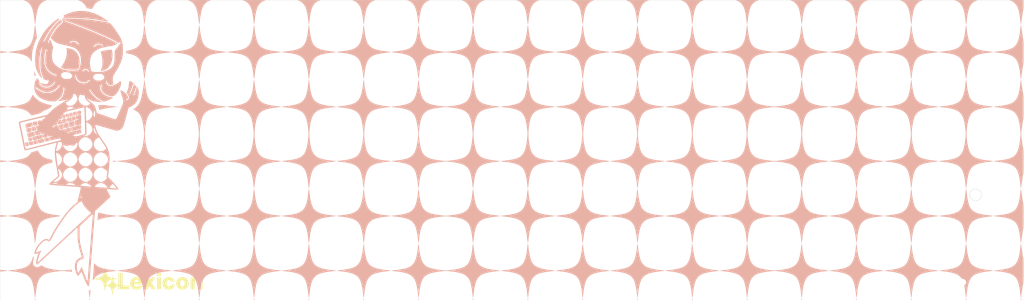
<source format=kicad_pcb>
(kicad_pcb (version 20221018) (generator pcbnew)
  (layers (0 "F.Cu" signal) (31 "B.Cu" signal) (34 "B.Paste" user) (35 "F.Paste" user) (36 "B.SilkS" user "B.Silkscreen") (37 "F.SilkS" user "F.Silkscreen") (38 "B.Mask" user) (39 "F.Mask" user) (44 "Edge.Cuts" user))
  (net 0 "")
  (footprint "MountingHole:MountingHole_2.2mm_M2" (layer "F.Cu") (at 195.2625 160.734375)
    (fp_text reference "H5")
    (fp_text value "MountingHole")
    (pad "" np_thru_hole circle (at 0 0) (size 2.2 2.2) (drill 2.2) (layers "*.Cu" "*.Mask"))
  )
  (footprint "MountingHole:MountingHole_2.2mm_M2" (layer "F.Cu") (at 366.7125 76.2)
    (fp_text reference "H7")
    (fp_text value "MountingHole")
    (pad "" np_thru_hole circle (at 0 0) (size 2.2 2.2) (drill 2.2) (layers "*.Cu" "*.Mask"))
  )
  (footprint "MountingHole:MountingHole_2.2mm_M2" (layer "F.Cu") (at 200.025 76.2)
    (fp_text reference "H4")
    (fp_text value "MountingHole")
    (pad "" np_thru_hole circle (at 0 0) (size 2.2 2.2) (drill 2.2) (layers "*.Cu" "*.Mask"))
  )
  (footprint "MountingHole:MountingHole_2.2mm_M2" (layer "F.Cu") (at 66.675 76.2)
    (fp_text reference "H1")
    (fp_text value "MountingHole")
    (pad "" np_thru_hole circle (at 0 0) (size 2.2 2.2) (drill 2.2) (layers "*.Cu" "*.Mask"))
  )
  (footprint "MountingHole:MountingHole_2.2mm_M2" (layer "F.Cu") (at 70.246875 160.734375)
    (fp_text reference "H2")
    (fp_text value "MountingHole")
    (pad "" np_thru_hole circle (at 0 0) (size 2.2 2.2) (drill 2.2) (layers "*.Cu" "*.Mask"))
  )
  (footprint "MountingHole:MountingHole_2.2mm_M2" (layer "F.Cu") (at 352.425 160.734375)
    (fp_text reference "H8")
    (fp_text value "MountingHole")
    (pad "" np_thru_hole circle (at 0 0) (size 2.2 2.2) (drill 2.2) (layers "*.Cu" "*.Mask"))
  )
  (footprint "MountingHole:MountingHole_2.2mm_M2" (layer "F.Cu") (at 119.0625 117.871875)
    (fp_text reference "H3")
    (fp_text value "MountingHole")
    (pad "" np_thru_hole circle (at 0 0) (size 2.2 2.2) (drill 2.2) (layers "*.Cu" "*.Mask"))
  )
  (footprint "FOOTPRINTS:logo lex" (layer "F.Cu") (at 94.25 160.25)
    (fp_text reference "G***")
    (fp_text value "LOGO" hide)
  )
  (footprint "MountingHole:MountingHole_2.2mm_M2" (layer "F.Cu") (at 291.703125 118.25)
    (fp_text reference "H6")
    (fp_text value "MountingHole")
    (pad "" np_thru_hole circle (at 0 0) (size 2.2 2.2) (drill 2.2) (layers "*.Cu" "*.Mask"))
  )
  (footprint "FOOTPRINTS:LOGO BOT ART" (layer "B.Cu") (at 209.75 118.75 180)
    (fp_text reference "G***")
    (fp_text value "LOGO" hide)
  )
  (gr_circle (center 356.5 133) (end 358.378125 133) (stroke (width 0.1)) (fill none) (layer "Edge.Cuts"))
  (gr_rect (start 47.625 71.4375) (end 371.475 166.6875) (stroke (width 0.05)) (fill none) (layer "Edge.Cuts"))
)
</source>
